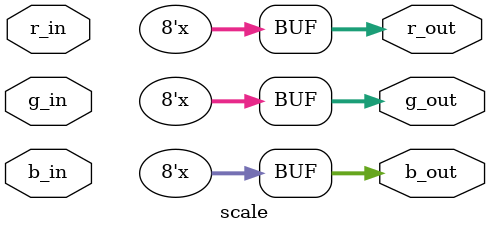
<source format=v>
module scale #(parameter DENOM = 3'd0) (
    input wire [7:0] r_in, g_in, b_in,
    output wire [7:0] r_out, g_out, b_out
);

assign r_out = r_in / DENOM;
assign g_out = g_in / DENOM;
assign b_out = b_in / DENOM;

endmodule
</source>
